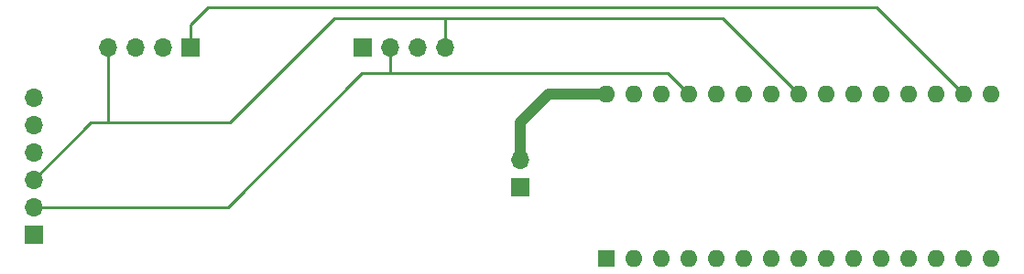
<source format=gtl>
G04 #@! TF.GenerationSoftware,KiCad,Pcbnew,7.0.5*
G04 #@! TF.CreationDate,2023-07-11T17:47:05+06:00*
G04 #@! TF.ProjectId,Meteo_braslet,4d657465-6f5f-4627-9261-736c65742e6b,rev?*
G04 #@! TF.SameCoordinates,Original*
G04 #@! TF.FileFunction,Copper,L1,Top*
G04 #@! TF.FilePolarity,Positive*
%FSLAX46Y46*%
G04 Gerber Fmt 4.6, Leading zero omitted, Abs format (unit mm)*
G04 Created by KiCad (PCBNEW 7.0.5) date 2023-07-11 17:47:05*
%MOMM*%
%LPD*%
G01*
G04 APERTURE LIST*
G04 #@! TA.AperFunction,ComponentPad*
%ADD10R,1.700000X1.700000*%
G04 #@! TD*
G04 #@! TA.AperFunction,ComponentPad*
%ADD11O,1.700000X1.700000*%
G04 #@! TD*
G04 #@! TA.AperFunction,ComponentPad*
%ADD12R,1.600000X1.600000*%
G04 #@! TD*
G04 #@! TA.AperFunction,ComponentPad*
%ADD13O,1.600000X1.600000*%
G04 #@! TD*
G04 #@! TA.AperFunction,Conductor*
%ADD14C,1.000000*%
G04 #@! TD*
G04 #@! TA.AperFunction,Conductor*
%ADD15C,0.254000*%
G04 #@! TD*
G04 #@! TA.AperFunction,Conductor*
%ADD16C,0.250000*%
G04 #@! TD*
G04 APERTURE END LIST*
D10*
X118000000Y-53000000D03*
D11*
X118000000Y-50460000D03*
D10*
X103460000Y-40000000D03*
D11*
X106000000Y-40000000D03*
X108540000Y-40000000D03*
X111080000Y-40000000D03*
X79920000Y-40000000D03*
X82460000Y-40000000D03*
X85000000Y-40000000D03*
D10*
X87540000Y-40000000D03*
X73000000Y-57350000D03*
D11*
X73000000Y-54810000D03*
X73000000Y-52270000D03*
X73000000Y-49730000D03*
X73000000Y-47190000D03*
X73000000Y-44650000D03*
D12*
X125950000Y-59610000D03*
D13*
X128490000Y-59610000D03*
X131030000Y-59610000D03*
X133570000Y-59610000D03*
X136110000Y-59610000D03*
X138650000Y-59610000D03*
X141190000Y-59610000D03*
X143730000Y-59610000D03*
X146270000Y-59610000D03*
X148810000Y-59610000D03*
X151350000Y-59610000D03*
X153890000Y-59610000D03*
X156430000Y-59610000D03*
X158970000Y-59610000D03*
X161510000Y-59610000D03*
X161510000Y-44370000D03*
X158970000Y-44370000D03*
X156430000Y-44370000D03*
X153890000Y-44370000D03*
X151350000Y-44370000D03*
X148810000Y-44370000D03*
X146270000Y-44370000D03*
X143730000Y-44370000D03*
X141190000Y-44370000D03*
X138650000Y-44370000D03*
X136110000Y-44370000D03*
X133570000Y-44370000D03*
X131030000Y-44370000D03*
X128490000Y-44370000D03*
X125950000Y-44370000D03*
D14*
X120630000Y-44370000D02*
X125950000Y-44370000D01*
X118000000Y-47000000D02*
X120630000Y-44370000D01*
X118000000Y-50460000D02*
X118000000Y-47000000D01*
D15*
X91186000Y-46990000D02*
X100838000Y-37338000D01*
X100838000Y-37338000D02*
X111080529Y-37338000D01*
X79916705Y-46990000D02*
X91186000Y-46990000D01*
X90986000Y-54810000D02*
X73000000Y-54810000D01*
X105996175Y-42418000D02*
X103378000Y-42418000D01*
X103378000Y-42418000D02*
X90986000Y-54810000D01*
X82418000Y-40000000D02*
X82460000Y-40000000D01*
X106000000Y-40000000D02*
X106000000Y-42414175D01*
X106000000Y-42414175D02*
X105996175Y-42418000D01*
X131618000Y-42418000D02*
X105996175Y-42418000D01*
X133570000Y-44370000D02*
X131618000Y-42418000D01*
X111080000Y-37338529D02*
X111080529Y-37338000D01*
X111080000Y-40000000D02*
X111080000Y-37338529D01*
X111080529Y-37338000D02*
X136698000Y-37338000D01*
X136698000Y-37338000D02*
X143730000Y-44370000D01*
X79920000Y-40000000D02*
X79920000Y-46986705D01*
X79920000Y-46986705D02*
X79916705Y-46990000D01*
X78280000Y-46990000D02*
X79916705Y-46990000D01*
X73000000Y-52270000D02*
X78280000Y-46990000D01*
D16*
X87540000Y-37936000D02*
X87540000Y-40000000D01*
X89154000Y-36322000D02*
X87540000Y-37936000D01*
X150922000Y-36322000D02*
X89154000Y-36322000D01*
X158970000Y-44370000D02*
X150922000Y-36322000D01*
M02*

</source>
